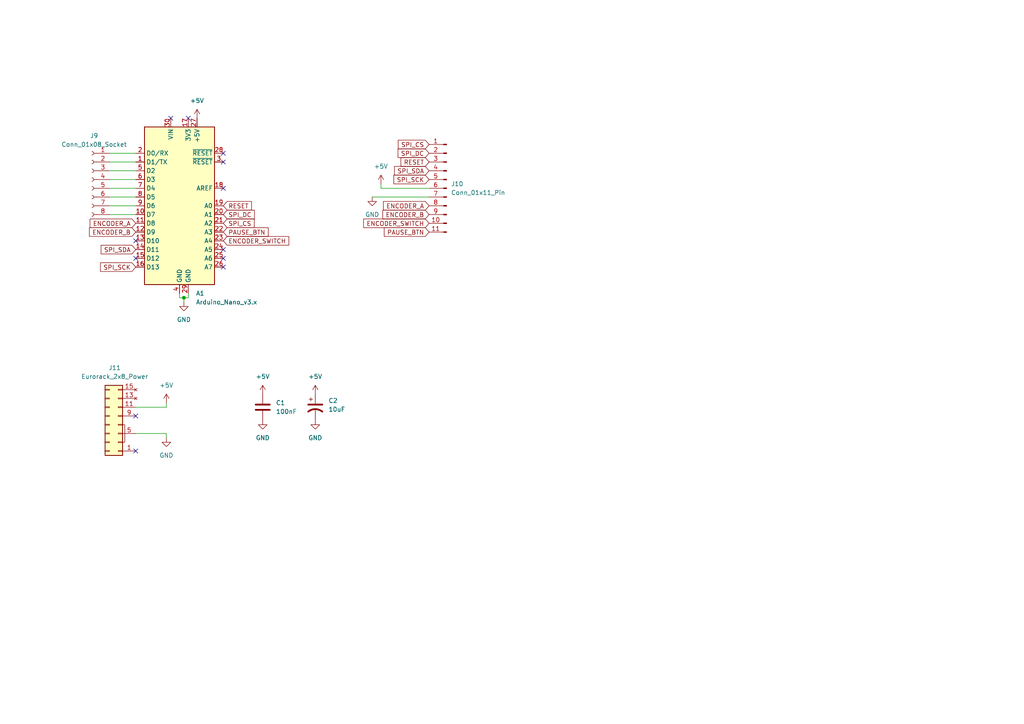
<source format=kicad_sch>
(kicad_sch (version 20230121) (generator eeschema)
  (paper "A4")
  (lib_symbols
    (symbol "Connector:Conn_01x08_Socket" (pin_names (offset 1.016) hide)
      (property "Reference" "J" (at 0 10.16 0))
      (property "Value" "Conn_01x08_Socket" (at 0 -12.7 0))
      (symbol "Conn_01x08_Socket_1_1"
        (arc (start 0 -9.652) (mid -0.5058 -10.16) (end 0 -10.668) (stroke (width 0.1524)))
        (arc (start 0 -7.112) (mid -0.5058 -7.62) (end 0 -8.128) (stroke (width 0.1524)))
        (arc (start 0 -4.572) (mid -0.5058 -5.08) (end 0 -5.588) (stroke (width 0.1524)))
        (arc (start 0 -2.032) (mid -0.5058 -2.54) (end 0 -3.048) (stroke (width 0.1524)))
        (polyline (pts (xy -1.27 -10.16) (xy -0.508 -10.16)) (stroke (width 0.1524)))
        (polyline (pts (xy -1.27 -7.62) (xy -0.508 -7.62)) (stroke (width 0.1524)))
        (polyline (pts (xy -1.27 -5.08) (xy -0.508 -5.08)) (stroke (width 0.1524)))
        (polyline (pts (xy -1.27 -2.54) (xy -0.508 -2.54)) (stroke (width 0.1524)))
        (polyline (pts (xy -1.27 0) (xy -0.508 0)) (stroke (width 0.1524)))
        (polyline (pts (xy -1.27 2.54) (xy -0.508 2.54)) (stroke (width 0.1524)))
        (polyline (pts (xy -1.27 5.08) (xy -0.508 5.08)) (stroke (width 0.1524)))
        (polyline (pts (xy -1.27 7.62) (xy -0.508 7.62)) (stroke (width 0.1524)))
        (arc (start 0 0.508) (mid -0.5058 0) (end 0 -0.508) (stroke (width 0.1524)))
        (arc (start 0 3.048) (mid -0.5058 2.54) (end 0 2.032) (stroke (width 0.1524)))
        (arc (start 0 5.588) (mid -0.5058 5.08) (end 0 4.572) (stroke (width 0.1524)))
        (arc (start 0 8.128) (mid -0.5058 7.62) (end 0 7.112) (stroke (width 0.1524)))
        (pin passive line (at -5.08 7.62 0) (length 3.81) (name "Pin_1") (number "1"))
        (pin passive line (at -5.08 5.08 0) (length 3.81) (name "Pin_2") (number "2"))
        (pin passive line (at -5.08 2.54 0) (length 3.81) (name "Pin_3") (number "3"))
        (pin passive line (at -5.08 0 0) (length 3.81) (name "Pin_4") (number "4"))
        (pin passive line (at -5.08 -2.54 0) (length 3.81) (name "Pin_5") (number "5"))
        (pin passive line (at -5.08 -5.08 0) (length 3.81) (name "Pin_6") (number "6"))
        (pin passive line (at -5.08 -7.62 0) (length 3.81) (name "Pin_7") (number "7"))
        (pin passive line (at -5.08 -10.16 0) (length 3.81) (name "Pin_8") (number "8"))
      )
    )
    (symbol "Connector:Conn_01x11_Pin" (pin_names (offset 1.016) hide)
      (property "Reference" "J" (at 0 15.24 0))
      (property "Value" "Conn_01x11_Pin" (at 0 -15.24 0))
      (symbol "Conn_01x11_Pin_1_1"
        (polyline (pts (xy 1.27 -12.7) (xy 0.8636 -12.7)) (stroke (width 0.1524)))
        (polyline (pts (xy 1.27 -10.16) (xy 0.8636 -10.16)) (stroke (width 0.1524)))
        (polyline (pts (xy 1.27 -7.62) (xy 0.8636 -7.62)) (stroke (width 0.1524)))
        (polyline (pts (xy 1.27 -5.08) (xy 0.8636 -5.08)) (stroke (width 0.1524)))
        (polyline (pts (xy 1.27 -2.54) (xy 0.8636 -2.54)) (stroke (width 0.1524)))
        (polyline (pts (xy 1.27 0) (xy 0.8636 0)) (stroke (width 0.1524)))
        (polyline (pts (xy 1.27 2.54) (xy 0.8636 2.54)) (stroke (width 0.1524)))
        (polyline (pts (xy 1.27 5.08) (xy 0.8636 5.08)) (stroke (width 0.1524)))
        (polyline (pts (xy 1.27 7.62) (xy 0.8636 7.62)) (stroke (width 0.1524)))
        (polyline (pts (xy 1.27 10.16) (xy 0.8636 10.16)) (stroke (width 0.1524)))
        (polyline (pts (xy 1.27 12.7) (xy 0.8636 12.7)) (stroke (width 0.1524)))
        (rectangle (start 0.8636 -12.573) (end 0 -12.827) (stroke (width 0.1524)) (fill (type outline)))
        (rectangle (start 0.8636 -10.033) (end 0 -10.287) (stroke (width 0.1524)) (fill (type outline)))
        (rectangle (start 0.8636 -7.493) (end 0 -7.747) (stroke (width 0.1524)) (fill (type outline)))
        (rectangle (start 0.8636 -4.953) (end 0 -5.207) (stroke (width 0.1524)) (fill (type outline)))
        (rectangle (start 0.8636 -2.413) (end 0 -2.667) (stroke (width 0.1524)) (fill (type outline)))
        (rectangle (start 0.8636 0.127) (end 0 -0.127) (stroke (width 0.1524)) (fill (type outline)))
        (rectangle (start 0.8636 2.667) (end 0 2.413) (stroke (width 0.1524)) (fill (type outline)))
        (rectangle (start 0.8636 5.207) (end 0 4.953) (stroke (width 0.1524)) (fill (type outline)))
        (rectangle (start 0.8636 7.747) (end 0 7.493) (stroke (width 0.1524)) (fill (type outline)))
        (rectangle (start 0.8636 10.287) (end 0 10.033) (stroke (width 0.1524)) (fill (type outline)))
        (rectangle (start 0.8636 12.827) (end 0 12.573) (stroke (width 0.1524)) (fill (type outline)))
        (pin passive line (at 5.08 12.7 180) (length 3.81) (name "Pin_1") (number "1"))
        (pin passive line (at 5.08 -10.16 180) (length 3.81) (name "Pin_10") (number "10"))
        (pin passive line (at 5.08 -12.7 180) (length 3.81) (name "Pin_11") (number "11"))
        (pin passive line (at 5.08 10.16 180) (length 3.81) (name "Pin_2") (number "2"))
        (pin passive line (at 5.08 7.62 180) (length 3.81) (name "Pin_3") (number "3"))
        (pin passive line (at 5.08 5.08 180) (length 3.81) (name "Pin_4") (number "4"))
        (pin passive line (at 5.08 2.54 180) (length 3.81) (name "Pin_5") (number "5"))
        (pin passive line (at 5.08 0 180) (length 3.81) (name "Pin_6") (number "6"))
        (pin passive line (at 5.08 -2.54 180) (length 3.81) (name "Pin_7") (number "7"))
        (pin passive line (at 5.08 -5.08 180) (length 3.81) (name "Pin_8") (number "8"))
        (pin passive line (at 5.08 -7.62 180) (length 3.81) (name "Pin_9") (number "9"))
      )
    )
    (symbol "Device:C" (pin_numbers hide) (pin_names (offset 0.254))
      (property "Reference" "C" (at 0.635 2.54 0))
      (property "Value" "C" (at 0.635 -2.54 0))
      (symbol "C_0_1"
        (polyline (pts (xy -2.032 -0.762) (xy 2.032 -0.762)) (stroke (width 0.508)))
        (polyline (pts (xy -2.032 0.762) (xy 2.032 0.762)) (stroke (width 0.508)))
      )
      (symbol "C_1_1"
        (pin passive line (at 0 3.81 270) (length 2.794) (name "~") (number "1"))
        (pin passive line (at 0 -3.81 90) (length 2.794) (name "~") (number "2"))
      )
    )
    (symbol "Device:C_Polarized_US" (pin_numbers hide) (pin_names (offset 0.254) hide)
      (property "Reference" "C" (at 0.635 2.54 0))
      (property "Value" "C_Polarized_US" (at 0.635 -2.54 0))
      (symbol "C_Polarized_US_0_1"
        (polyline (pts (xy -2.032 0.762) (xy 2.032 0.762)) (stroke (width 0.508)))
        (polyline (pts (xy -1.778 2.286) (xy -0.762 2.286)))
        (polyline (pts (xy -1.27 1.778) (xy -1.27 2.794)))
        (arc (start 2.032 -1.27) (mid 0 -0.5572) (end -2.032 -1.27) (stroke (width 0.508)))
      )
      (symbol "C_Polarized_US_1_1"
        (pin passive line (at 0 3.81 270) (length 2.794) (name "~") (number "1"))
        (pin passive line (at 0 -3.81 90) (length 3.302) (name "~") (number "2"))
      )
    )
    (symbol "FreeModular:Eurorack_2x8_Power" (pin_names (offset 1.016) hide)
      (property "Reference" "J1" (at 1.27 13.97 0))
      (property "Value" "Eurorack_2x8_Power" (at 1.905 11.43 0))
      (symbol "Eurorack_2x8_Power_0_1"
        (polyline (pts (xy -1.27 5.08) (xy -1.905 5.08) (xy -1.905 0) (xy -1.27 0)))
      )
      (symbol "Eurorack_2x8_Power_1_1"
        (rectangle (start -1.27 -10.033) (end 0 -10.287) (stroke (width 0.1524)))
        (rectangle (start -1.27 -7.493) (end 0 -7.747) (stroke (width 0.1524)))
        (rectangle (start -1.27 -4.953) (end 0 -5.207) (stroke (width 0.1524)))
        (rectangle (start -1.27 -2.413) (end 0 -2.667) (stroke (width 0.1524)))
        (rectangle (start -1.27 0.127) (end 0 -0.127) (stroke (width 0.1524)))
        (rectangle (start -1.27 2.667) (end 0 2.413) (stroke (width 0.1524)))
        (rectangle (start -1.27 5.207) (end 0 4.953) (stroke (width 0.1524)))
        (rectangle (start -1.27 7.747) (end 0 7.493) (stroke (width 0.1524)))
        (rectangle (start -1.27 8.89) (end 3.81 -11.43) (stroke (width 0.254)) (fill (type background)))
        (rectangle (start 3.81 -10.033) (end 2.54 -10.287) (stroke (width 0.1524)))
        (rectangle (start 3.81 -7.493) (end 2.54 -7.747) (stroke (width 0.1524)))
        (rectangle (start 3.81 -4.953) (end 2.54 -5.207) (stroke (width 0.1524)))
        (rectangle (start 3.81 -2.413) (end 2.54 -2.667) (stroke (width 0.1524)))
        (rectangle (start 3.81 0.127) (end 2.54 -0.127) (stroke (width 0.1524)))
        (rectangle (start 3.81 2.667) (end 2.54 2.413) (stroke (width 0.1524)))
        (rectangle (start 3.81 5.207) (end 2.54 4.953) (stroke (width 0.1524)))
        (rectangle (start 3.81 7.747) (end 2.54 7.493) (stroke (width 0.1524)))
        (pin power_out line (at -5.08 7.62 0) (length 3.81) (name "-12v") (number "1"))
        (pin passive line (at -5.08 -2.54 0) (length 3.81) hide (name "+12v") (number "10"))
        (pin passive line (at -5.08 -5.08 0) (length 3.81) (name "+5v") (number "11"))
        (pin passive line (at -5.08 -5.08 0) (length 3.81) hide (name "+5v") (number "12"))
        (pin no_connect line (at -5.08 -7.62 0) (length 3.81) (name "Pin_13") (number "13"))
        (pin no_connect line (at 7.62 -7.62 180) (length 3.81) hide (name "Pin_14") (number "14"))
        (pin no_connect line (at -5.08 -10.16 0) (length 3.81) (name "Pin_15") (number "15"))
        (pin no_connect line (at 7.62 -10.16 180) (length 3.81) hide (name "Pin_16") (number "16"))
        (pin passive line (at -5.08 7.62 0) (length 3.81) hide (name "-12v") (number "2"))
        (pin power_out line (at -5.08 2.54 0) (length 3.81) hide (name "GND") (number "3"))
        (pin passive line (at -5.08 2.54 0) (length 3.81) hide (name "GND") (number "4"))
        (pin power_out line (at -5.08 2.54 0) (length 3.81) (name "GND") (number "5"))
        (pin passive line (at -5.08 2.54 0) (length 3.81) hide (name "GND") (number "6"))
        (pin power_out line (at -5.08 2.54 0) (length 3.81) hide (name "GND") (number "7"))
        (pin passive line (at -5.08 2.54 0) (length 3.81) hide (name "GND") (number "8"))
        (pin power_out line (at -5.08 -2.54 0) (length 3.81) (name "+12v") (number "9"))
      )
    )
    (symbol "MCU_Module:Arduino_Nano_v3.x"
      (property "Reference" "A" (at -10.16 23.495 0))
      (property "Value" "Arduino_Nano_v3.x" (at 5.08 -24.13 0))
      (symbol "Arduino_Nano_v3.x_0_1"
        (rectangle (start -10.16 22.86) (end 10.16 -22.86) (stroke (width 0.254)) (fill (type background)))
      )
      (symbol "Arduino_Nano_v3.x_1_1"
        (pin bidirectional line (at -12.7 12.7 0) (length 2.54) (name "D1/TX") (number "1"))
        (pin bidirectional line (at -12.7 -2.54 0) (length 2.54) (name "D7") (number "10"))
        (pin bidirectional line (at -12.7 -5.08 0) (length 2.54) (name "D8") (number "11"))
        (pin bidirectional line (at -12.7 -7.62 0) (length 2.54) (name "D9") (number "12"))
        (pin bidirectional line (at -12.7 -10.16 0) (length 2.54) (name "D10") (number "13"))
        (pin bidirectional line (at -12.7 -12.7 0) (length 2.54) (name "D11") (number "14"))
        (pin bidirectional line (at -12.7 -15.24 0) (length 2.54) (name "D12") (number "15"))
        (pin bidirectional line (at -12.7 -17.78 0) (length 2.54) (name "D13") (number "16"))
        (pin power_out line (at 2.54 25.4 270) (length 2.54) (name "3V3") (number "17"))
        (pin input line (at 12.7 5.08 180) (length 2.54) (name "AREF") (number "18"))
        (pin bidirectional line (at 12.7 0 180) (length 2.54) (name "A0") (number "19"))
        (pin bidirectional line (at -12.7 15.24 0) (length 2.54) (name "D0/RX") (number "2"))
        (pin bidirectional line (at 12.7 -2.54 180) (length 2.54) (name "A1") (number "20"))
        (pin bidirectional line (at 12.7 -5.08 180) (length 2.54) (name "A2") (number "21"))
        (pin bidirectional line (at 12.7 -7.62 180) (length 2.54) (name "A3") (number "22"))
        (pin bidirectional line (at 12.7 -10.16 180) (length 2.54) (name "A4") (number "23"))
        (pin bidirectional line (at 12.7 -12.7 180) (length 2.54) (name "A5") (number "24"))
        (pin bidirectional line (at 12.7 -15.24 180) (length 2.54) (name "A6") (number "25"))
        (pin bidirectional line (at 12.7 -17.78 180) (length 2.54) (name "A7") (number "26"))
        (pin power_out line (at 5.08 25.4 270) (length 2.54) (name "+5V") (number "27"))
        (pin input line (at 12.7 15.24 180) (length 2.54) (name "~{RESET}") (number "28"))
        (pin power_in line (at 2.54 -25.4 90) (length 2.54) (name "GND") (number "29"))
        (pin input line (at 12.7 12.7 180) (length 2.54) (name "~{RESET}") (number "3"))
        (pin power_in line (at -2.54 25.4 270) (length 2.54) (name "VIN") (number "30"))
        (pin power_in line (at 0 -25.4 90) (length 2.54) (name "GND") (number "4"))
        (pin bidirectional line (at -12.7 10.16 0) (length 2.54) (name "D2") (number "5"))
        (pin bidirectional line (at -12.7 7.62 0) (length 2.54) (name "D3") (number "6"))
        (pin bidirectional line (at -12.7 5.08 0) (length 2.54) (name "D4") (number "7"))
        (pin bidirectional line (at -12.7 2.54 0) (length 2.54) (name "D5") (number "8"))
        (pin bidirectional line (at -12.7 0 0) (length 2.54) (name "D6") (number "9"))
      )
    )
    (symbol "power:+5V" (power) (pin_names (offset 0))
      (property "Value" "+5V" (at 0 3.556 0))
      (symbol "+5V_0_1"
        (polyline (pts (xy -0.762 1.27) (xy 0 2.54)))
        (polyline (pts (xy 0 0) (xy 0 2.54)))
        (polyline (pts (xy 0 2.54) (xy 0.762 1.27)))
      )
      (symbol "+5V_1_1"
        (pin power_in line (at 0 0 90) (length 0) hide (name "+5V") (number "1"))
      )
    )
    (symbol "power:GND" (power) (pin_names (offset 0))
      (property "Value" "GND" (at 0 -3.81 0))
      (symbol "GND_0_1"
        (polyline (pts (xy 0 0) (xy 0 -1.27) (xy 1.27 -1.27) (xy 0 -2.54) (xy -1.27 -1.27) (xy 0 -1.27)))
      )
      (symbol "GND_1_1"
        (pin power_in line (at 0 0 270) (length 0) hide (name "GND") (number "1"))
      )
    )
  )
  (junction (at 53.34 86.36))
  (no_connect (at 64.77 72.39))
  (no_connect (at 64.77 44.45))
  (no_connect (at 64.77 77.47))
  (no_connect (at 39.37 120.65))
  (no_connect (at 64.77 54.61))
  (no_connect (at 39.37 69.85))
  (no_connect (at 49.53 34.29))
  (no_connect (at 39.37 74.93))
  (no_connect (at 54.61 34.29))
  (no_connect (at 64.77 74.93))
  (no_connect (at 39.37 130.81))
  (no_connect (at 64.77 46.99))
  (wire (pts (xy 31.75 59.69) (xy 39.37 59.69)))
  (wire (pts (xy 53.34 86.36) (xy 53.34 87.63)))
  (wire (pts (xy 124.46 57.15) (xy 107.95 57.15)))
  (wire (pts (xy 31.75 57.15) (xy 39.37 57.15)))
  (wire (pts (xy 124.46 54.61) (xy 110.49 54.61)))
  (wire (pts (xy 110.49 53.34) (xy 110.49 54.61)))
  (wire (pts (xy 31.75 62.23) (xy 39.37 62.23)))
  (wire (pts (xy 31.75 44.45) (xy 39.37 44.45)))
  (wire (pts (xy 48.26 125.73) (xy 48.26 127)))
  (wire (pts (xy 52.07 85.09) (xy 52.07 86.36)))
  (wire (pts (xy 52.07 86.36) (xy 53.34 86.36)))
  (wire (pts (xy 48.26 116.84) (xy 48.26 118.11)))
  (wire (pts (xy 53.34 86.36) (xy 54.61 86.36)))
  (wire (pts (xy 39.37 118.11) (xy 48.26 118.11)))
  (wire (pts (xy 31.75 49.53) (xy 39.37 49.53)))
  (wire (pts (xy 31.75 46.99) (xy 39.37 46.99)))
  (wire (pts (xy 54.61 86.36) (xy 54.61 85.09)))
  (wire (pts (xy 39.37 125.73) (xy 48.26 125.73)))
  (wire (pts (xy 31.75 54.61) (xy 39.37 54.61)))
  (wire (pts (xy 31.75 52.07) (xy 39.37 52.07)))
  (global_label "RESET" (shape input) (at 64.77 59.69 0) (property "Intersheetrefs" "${INTERSHEET_REFS}" (effects hide)))
  (global_label "SPI_SCK" (shape input) (at 39.37 77.47 180) (property "Intersheetrefs" "${INTERSHEET_REFS}" (effects hide)))
  (global_label "SPI_DC" (shape input) (at 124.46 44.45 180) (property "Intersheetrefs" "${INTERSHEET_REFS}" (effects hide)))
  (global_label "SPI_SCK" (shape input) (at 124.46 52.07 180) (property "Intersheetrefs" "${INTERSHEET_REFS}" (effects hide)))
  (global_label "ENCODER_B" (shape input) (at 39.37 67.31 180) (property "Intersheetrefs" "${INTERSHEET_REFS}" (effects hide)))
  (global_label "ENCODER_A" (shape input) (at 124.46 59.69 180) (property "Intersheetrefs" "${INTERSHEET_REFS}" (effects hide)))
  (global_label "PAUSE_BTN" (shape input) (at 64.77 67.31 0) (property "Intersheetrefs" "${INTERSHEET_REFS}" (effects hide)))
  (global_label "ENCODER_SWITCH" (shape input) (at 124.46 64.77 180) (property "Intersheetrefs" "${INTERSHEET_REFS}" (effects hide)))
  (global_label "ENCODER_SWITCH" (shape input) (at 64.77 69.85 0) (property "Intersheetrefs" "${INTERSHEET_REFS}" (effects hide)))
  (global_label "SPI_CS" (shape input) (at 64.77 64.77 0) (property "Intersheetrefs" "${INTERSHEET_REFS}" (effects hide)))
  (global_label "SPI_SDA" (shape input) (at 124.46 49.53 180) (property "Intersheetrefs" "${INTERSHEET_REFS}" (effects hide)))
  (global_label "SPI_CS" (shape input) (at 124.46 41.91 180) (property "Intersheetrefs" "${INTERSHEET_REFS}" (effects hide)))
  (global_label "PAUSE_BTN" (shape input) (at 124.46 67.31 180) (property "Intersheetrefs" "${INTERSHEET_REFS}" (effects hide)))
  (global_label "ENCODER_A" (shape input) (at 39.37 64.77 180) (property "Intersheetrefs" "${INTERSHEET_REFS}" (effects hide)))
  (global_label "ENCODER_B" (shape input) (at 124.46 62.23 180) (property "Intersheetrefs" "${INTERSHEET_REFS}" (effects hide)))
  (global_label "RESET" (shape input) (at 124.46 46.99 180) (property "Intersheetrefs" "${INTERSHEET_REFS}" (effects hide)))
  (global_label "SPI_SDA" (shape input) (at 39.37 72.39 180) (property "Intersheetrefs" "${INTERSHEET_REFS}" (effects hide)))
  (global_label "SPI_DC" (shape input) (at 64.77 62.23 0) (property "Intersheetrefs" "${INTERSHEET_REFS}" (effects hide)))
  (symbol (lib_id "power:+5V") (at 110.49 53.34 0) (unit 1)
    (property "Reference" "#PWR07" (effects hide))
    (property "Value" "+5V" (at 110.49 48.26 0))
  )
  (symbol (lib_id "power:GND") (at 91.44 121.92 0) (unit 1)
    (property "Reference" "#PWR010" (effects hide))
    (property "Value" "GND" (at 91.44 127 0))
  )
  (symbol (lib_id "Connector:Conn_01x08_Socket") (at 26.67 52.07 0) (mirror y) (unit 1)
    (property "Reference" "J9" (at 27.305 39.37 0))
    (property "Value" "Conn_01x08_Socket" (at 27.305 41.91 0))
    (property "Footprint" "Connector_PinHeader_2.54mm:PinHeader_1x08_P2.54mm_Vertical" (effects hide))
  )
  (symbol (lib_id "power:GND") (at 107.95 57.15 0) (unit 1)
    (property "Reference" "#PWR08" (effects hide))
    (property "Value" "GND" (at 107.95 62.23 0))
  )
  (symbol (lib_id "power:GND") (at 53.34 87.63 0) (unit 1)
    (property "Reference" "#PWR01" (effects hide))
    (property "Value" "GND" (at 53.34 92.71 0))
  )
  (symbol (lib_id "Connector:Conn_01x11_Pin") (at 129.54 54.61 0) (mirror y) (unit 1)
    (property "Reference" "J10" (at 130.81 53.34 0) (effects (justify right)))
    (property "Value" "Conn_01x11_Pin" (at 130.81 55.88 0) (effects (justify right)))
    (property "Footprint" "Connector_PinHeader_2.54mm:PinHeader_1x11_P2.54mm_Vertical" (effects hide))
  )
  (symbol (lib_id "FreeModular:Eurorack_2x8_Power") (at 34.29 123.19 180) (unit 1)
    (property "Reference" "J11" (at 33.274 106.68 0))
    (property "Value" "Eurorack_2x8_Power" (at 33.274 109.22 0))
    (property "Footprint" "Connector_IDC:IDC-Header_2x08_P2.54mm_Vertical" (effects hide))
  )
  (symbol (lib_id "power:+5V") (at 48.26 116.84 0) (unit 1)
    (property "Reference" "#PWR03" (effects hide))
    (property "Value" "+5V" (at 48.26 111.76 0))
  )
  (symbol (lib_id "Device:C_Polarized_US") (at 91.44 118.11 0) (unit 1)
    (property "Reference" "C2" (at 95.25 116.205 0) (effects (justify left)))
    (property "Value" "10uF" (at 95.25 118.745 0) (effects (justify left)))
    (property "Footprint" "Capacitor_THT:CP_Radial_D4.0mm_P2.00mm" (effects hide))
  )
  (symbol (lib_id "power:+5V") (at 57.15 34.29 0) (unit 1)
    (property "Reference" "#PWR02" (effects hide))
    (property "Value" "+5V" (at 57.15 29.21 0))
  )
  (symbol (lib_id "power:GND") (at 76.2 121.92 0) (unit 1)
    (property "Reference" "#PWR05" (effects hide))
    (property "Value" "GND" (at 76.2 127 0))
  )
  (symbol (lib_id "Device:C") (at 76.2 118.11 0) (unit 1)
    (property "Reference" "C1" (at 80.01 116.84 0) (effects (justify left)))
    (property "Value" "100nF" (at 80.01 119.38 0) (effects (justify left)))
    (property "Footprint" "Capacitor_THT:C_Disc_D4.7mm_W2.5mm_P5.00mm" (effects hide))
  )
  (symbol (lib_id "power:GND") (at 48.26 127 0) (unit 1)
    (property "Reference" "#PWR06" (effects hide))
    (property "Value" "GND" (at 48.26 132.08 0))
  )
  (symbol (lib_id "power:+5V") (at 76.2 114.3 0) (unit 1)
    (property "Reference" "#PWR04" (effects hide))
    (property "Value" "+5V" (at 76.2 109.22 0))
  )
  (symbol (lib_id "MCU_Module:Arduino_Nano_v3.x") (at 52.07 59.69 0) (unit 1)
    (property "Reference" "A1" (at 56.8041 85.09 0) (effects (justify left)))
    (property "Value" "Arduino_Nano_v3.x" (at 56.8041 87.63 0) (effects (justify left)))
    (property "Footprint" "Module:Arduino_Nano" (effects hide))
    (property "Datasheet" "http://www.mouser.com/pdfdocs/Gravitech_Arduino_Nano3_0.pdf" (effects hide))
  )
  (symbol (lib_id "power:+5V") (at 91.44 114.3 0) (unit 1)
    (property "Reference" "#PWR09" (effects hide))
    (property "Value" "+5V" (at 91.44 109.22 0))
  )
)
</source>
